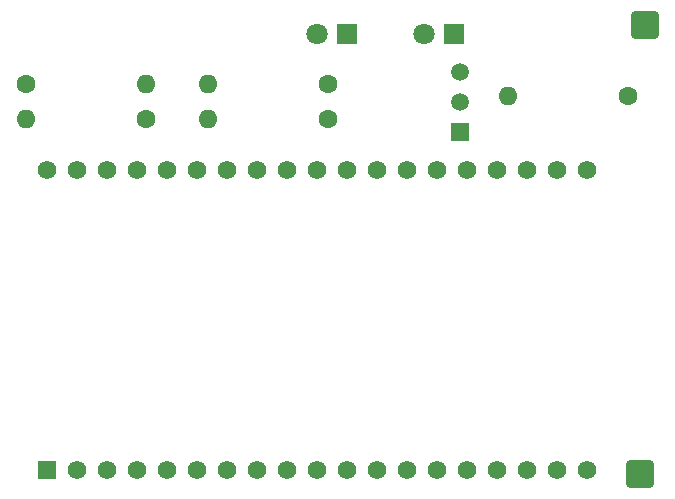
<source format=gbr>
%TF.GenerationSoftware,KiCad,Pcbnew,7.0.8*%
%TF.CreationDate,2024-04-25T10:28:09-06:00*%
%TF.ProjectId,ProtoBadge,50726f74-6f42-4616-9467-652e6b696361,rev?*%
%TF.SameCoordinates,Original*%
%TF.FileFunction,Copper,L1,Top*%
%TF.FilePolarity,Positive*%
%FSLAX46Y46*%
G04 Gerber Fmt 4.6, Leading zero omitted, Abs format (unit mm)*
G04 Created by KiCad (PCBNEW 7.0.8) date 2024-04-25 10:28:09*
%MOMM*%
%LPD*%
G01*
G04 APERTURE LIST*
G04 Aperture macros list*
%AMRoundRect*
0 Rectangle with rounded corners*
0 $1 Rounding radius*
0 $2 $3 $4 $5 $6 $7 $8 $9 X,Y pos of 4 corners*
0 Add a 4 corners polygon primitive as box body*
4,1,4,$2,$3,$4,$5,$6,$7,$8,$9,$2,$3,0*
0 Add four circle primitives for the rounded corners*
1,1,$1+$1,$2,$3*
1,1,$1+$1,$4,$5*
1,1,$1+$1,$6,$7*
1,1,$1+$1,$8,$9*
0 Add four rect primitives between the rounded corners*
20,1,$1+$1,$2,$3,$4,$5,0*
20,1,$1+$1,$4,$5,$6,$7,0*
20,1,$1+$1,$6,$7,$8,$9,0*
20,1,$1+$1,$8,$9,$2,$3,0*%
G04 Aperture macros list end*
%TA.AperFunction,ComponentPad*%
%ADD10RoundRect,0.250001X-0.899999X-0.899999X0.899999X-0.899999X0.899999X0.899999X-0.899999X0.899999X0*%
%TD*%
%TA.AperFunction,ComponentPad*%
%ADD11R,1.800000X1.800000*%
%TD*%
%TA.AperFunction,ComponentPad*%
%ADD12C,1.800000*%
%TD*%
%TA.AperFunction,ComponentPad*%
%ADD13R,1.500000X1.500000*%
%TD*%
%TA.AperFunction,ComponentPad*%
%ADD14C,1.500000*%
%TD*%
%TA.AperFunction,ComponentPad*%
%ADD15R,1.560000X1.560000*%
%TD*%
%TA.AperFunction,ComponentPad*%
%ADD16C,1.560000*%
%TD*%
%TA.AperFunction,ComponentPad*%
%ADD17O,1.600000X1.600000*%
%TD*%
%TA.AperFunction,ComponentPad*%
%ADD18C,1.600000*%
%TD*%
G04 APERTURE END LIST*
D10*
%TO.P,J2,1,Pin_1*%
%TO.N,GND*%
X104000000Y-131000000D03*
%TD*%
%TO.P,J1,1,Pin_1*%
%TO.N,+BATT*%
X104470519Y-93019691D03*
%TD*%
D11*
%TO.P,D1,2,A*%
%TO.N,Net-(D1-A)*%
X88275000Y-93750000D03*
D12*
%TO.P,D1,1,K*%
%TO.N,Net-(D1-K)*%
X85735000Y-93750000D03*
%TD*%
D13*
%TO.P,Q1,1,S*%
%TO.N,GND*%
X88812302Y-102076692D03*
D14*
%TO.P,Q1,2,G*%
%TO.N,/LED_1*%
X88812302Y-99536692D03*
%TO.P,Q1,3,D*%
%TO.N,Net-(D1-K)*%
X88812302Y-96996692D03*
%TD*%
D15*
%TO.P,U1,J2-1,3V3*%
%TO.N,+3.3V*%
X53840000Y-130700000D03*
D16*
%TO.P,U1,J2-2,EN*%
%TO.N,unconnected-(U1-EN-PadJ2-2)*%
X56380000Y-130700000D03*
%TO.P,U1,J2-19,EXT_5V*%
%TO.N,+4V*%
X99560000Y-130700000D03*
%TO.P,U1,J2-3,SENSOR_VP*%
%TO.N,unconnected-(U1-SENSOR_VP-PadJ2-3)*%
X58920000Y-130700000D03*
%TO.P,U1,J2-4,SENSOR_VN*%
%TO.N,unconnected-(U1-SENSOR_VN-PadJ2-4)*%
X61460000Y-130700000D03*
%TO.P,U1,J2-5,IO34*%
%TO.N,unconnected-(U1-IO34-PadJ2-5)*%
X64000000Y-130700000D03*
%TO.P,U1,J2-6,IO35*%
%TO.N,unconnected-(U1-IO35-PadJ2-6)*%
X66540000Y-130700000D03*
%TO.P,U1,J2-7,IO32*%
%TO.N,unconnected-(U1-IO32-PadJ2-7)*%
X69080000Y-130700000D03*
%TO.P,U1,J2-8,IO33*%
%TO.N,unconnected-(U1-IO33-PadJ2-8)*%
X71620000Y-130700000D03*
%TO.P,U1,J2-9,IO25*%
%TO.N,unconnected-(U1-IO25-PadJ2-9)*%
X74160000Y-130700000D03*
%TO.P,U1,J2-10,IO26*%
%TO.N,unconnected-(U1-IO26-PadJ2-10)*%
X76700000Y-130700000D03*
%TO.P,U1,J2-11,IO27*%
%TO.N,unconnected-(U1-IO27-PadJ2-11)*%
X79240000Y-130700000D03*
%TO.P,U1,J2-12,IO14*%
%TO.N,unconnected-(U1-IO14-PadJ2-12)*%
X81780000Y-130700000D03*
%TO.P,U1,J2-13,IO12*%
%TO.N,unconnected-(U1-IO12-PadJ2-13)*%
X84320000Y-130700000D03*
%TO.P,U1,J2-14,GND1*%
%TO.N,GND*%
X86860000Y-130700000D03*
%TO.P,U1,J2-15,IO13*%
%TO.N,unconnected-(U1-IO13-PadJ2-15)*%
X89400000Y-130700000D03*
%TO.P,U1,J2-16,SD2*%
%TO.N,unconnected-(U1-SD2-PadJ2-16)*%
X91940000Y-130700000D03*
%TO.P,U1,J2-17,SD3*%
%TO.N,unconnected-(U1-SD3-PadJ2-17)*%
X94480000Y-130700000D03*
%TO.P,U1,J2-18,CMD*%
%TO.N,unconnected-(U1-CMD-PadJ2-18)*%
X97020000Y-130700000D03*
%TO.P,U1,J3-1,GND3*%
%TO.N,GND*%
X53840000Y-105300000D03*
%TO.P,U1,J3-2,IO23*%
%TO.N,/BTN_1*%
X56380000Y-105300000D03*
%TO.P,U1,J3-3,IO22*%
%TO.N,/BTN_2*%
X58920000Y-105300000D03*
%TO.P,U1,J3-4,TXD0*%
%TO.N,unconnected-(U1-TXD0-PadJ3-4)*%
X61460000Y-105300000D03*
%TO.P,U1,J3-5,RXD0*%
%TO.N,unconnected-(U1-RXD0-PadJ3-5)*%
X64000000Y-105300000D03*
%TO.P,U1,J3-6,IO21*%
%TO.N,unconnected-(U1-IO21-PadJ3-6)*%
X66540000Y-105300000D03*
%TO.P,U1,J3-7,GND2*%
%TO.N,GND*%
X69080000Y-105300000D03*
%TO.P,U1,J3-8,IO19*%
%TO.N,/LED_2*%
X71620000Y-105300000D03*
%TO.P,U1,J3-9,IO18*%
%TO.N,unconnected-(U1-IO18-PadJ3-9)*%
X74160000Y-105300000D03*
%TO.P,U1,J3-10,IO5*%
%TO.N,unconnected-(U1-IO5-PadJ3-10)*%
X76700000Y-105300000D03*
%TO.P,U1,J3-11,IO17*%
%TO.N,/LED_1*%
X79240000Y-105300000D03*
%TO.P,U1,J3-12,IO16*%
%TO.N,unconnected-(U1-IO16-PadJ3-12)*%
X81780000Y-105300000D03*
%TO.P,U1,J3-13,IO4*%
%TO.N,unconnected-(U1-IO4-PadJ3-13)*%
X84320000Y-105300000D03*
%TO.P,U1,J3-14,IO0*%
%TO.N,unconnected-(U1-IO0-PadJ3-14)*%
X86860000Y-105300000D03*
%TO.P,U1,J3-15,IO2*%
%TO.N,unconnected-(U1-IO2-PadJ3-15)*%
X89400000Y-105300000D03*
%TO.P,U1,J3-16,IO15*%
%TO.N,unconnected-(U1-IO15-PadJ3-16)*%
X91940000Y-105300000D03*
%TO.P,U1,J3-17,SD1*%
%TO.N,unconnected-(U1-SD1-PadJ3-17)*%
X94480000Y-105300000D03*
%TO.P,U1,J3-18,SD0*%
%TO.N,unconnected-(U1-SD0-PadJ3-18)*%
X97020000Y-105300000D03*
%TO.P,U1,J3-19,CLK*%
%TO.N,unconnected-(U1-CLK-PadJ3-19)*%
X99560000Y-105300000D03*
%TD*%
D17*
%TO.P,R5,2*%
%TO.N,GND*%
X67482395Y-98011335D03*
D18*
%TO.P,R5,1*%
%TO.N,Net-(D2-K)*%
X77642395Y-98011335D03*
%TD*%
D17*
%TO.P,R4,2*%
%TO.N,GND*%
X67482395Y-101011335D03*
D18*
%TO.P,R4,1*%
%TO.N,/LED_1*%
X77642395Y-101011335D03*
%TD*%
D17*
%TO.P,R3,2*%
%TO.N,Net-(D1-A)*%
X92840000Y-99000000D03*
D18*
%TO.P,R3,1*%
%TO.N,+4V*%
X103000000Y-99000000D03*
%TD*%
D17*
%TO.P,R2,2*%
%TO.N,GND*%
X52000000Y-101000000D03*
D18*
%TO.P,R2,1*%
%TO.N,/BTN_2*%
X62160000Y-101000000D03*
%TD*%
D17*
%TO.P,R1,2*%
%TO.N,GND*%
X62160000Y-98000000D03*
D18*
%TO.P,R1,1*%
%TO.N,/BTN_1*%
X52000000Y-98000000D03*
%TD*%
D11*
%TO.P,D2,1,K*%
%TO.N,Net-(D2-K)*%
X79250000Y-93750610D03*
D12*
%TO.P,D2,2,A*%
%TO.N,/LED_2*%
X76710000Y-93750610D03*
%TD*%
M02*

</source>
